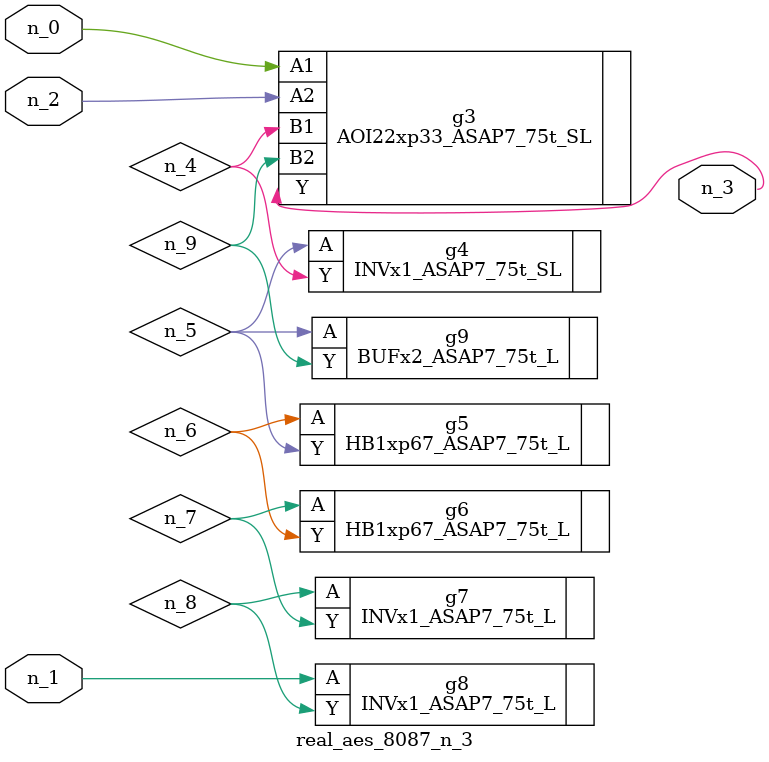
<source format=v>
module real_aes_8087_n_3 (n_0, n_2, n_1, n_3);
input n_0;
input n_2;
input n_1;
output n_3;
wire n_4;
wire n_5;
wire n_7;
wire n_9;
wire n_6;
wire n_8;
AOI22xp33_ASAP7_75t_SL g3 ( .A1(n_0), .A2(n_2), .B1(n_4), .B2(n_9), .Y(n_3) );
INVx1_ASAP7_75t_L g8 ( .A(n_1), .Y(n_8) );
INVx1_ASAP7_75t_SL g4 ( .A(n_5), .Y(n_4) );
BUFx2_ASAP7_75t_L g9 ( .A(n_5), .Y(n_9) );
HB1xp67_ASAP7_75t_L g5 ( .A(n_6), .Y(n_5) );
HB1xp67_ASAP7_75t_L g6 ( .A(n_7), .Y(n_6) );
INVx1_ASAP7_75t_L g7 ( .A(n_8), .Y(n_7) );
endmodule
</source>
